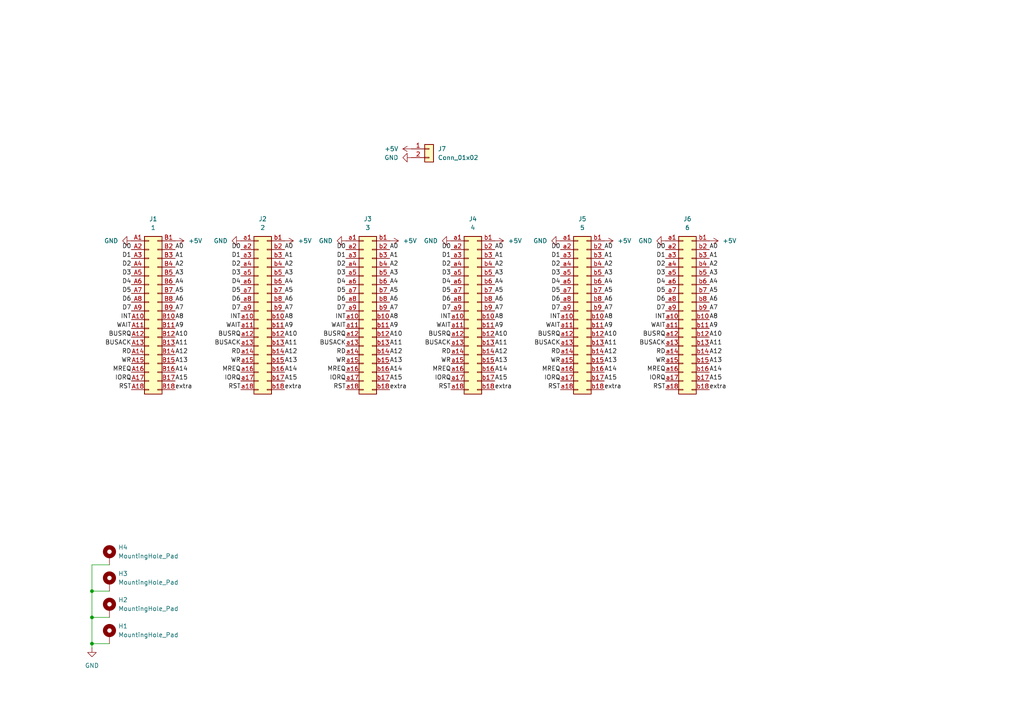
<source format=kicad_sch>
(kicad_sch (version 20250114) (generator "eeschema") (generator_version "9.0")
  (paper "A4")
  (lib_symbols
    (symbol "Conn_02x18_Row_Letter_First_1" (pin_names (offset 1.016) (hide yes))
      (property "Reference" "J" (at 1.27 22.86 0))
      (property "Value" "Conn_02x18_Row_Letter_First" (at 1.27 -25.4 0))
      (symbol "Conn_02x18_Row_Letter_First_1_1_1"
        (rectangle (start -1.27 21.59) (end 3.81 -24.13) (stroke (width 0.254)) (fill (type background)))
        (rectangle (start -1.27 20.447) (end 0 20.193) (stroke (width 0.1524)))
        (rectangle (start -1.27 17.907) (end 0 17.653) (stroke (width 0.1524)))
        (rectangle (start -1.27 15.367) (end 0 15.113) (stroke (width 0.1524)))
        (rectangle (start -1.27 12.827) (end 0 12.573) (stroke (width 0.1524)))
        (rectangle (start -1.27 10.287) (end 0 10.033) (stroke (width 0.1524)))
        (rectangle (start -1.27 7.747) (end 0 7.493) (stroke (width 0.1524)))
        (rectangle (start -1.27 5.207) (end 0 4.953) (stroke (width 0.1524)))
        (rectangle (start -1.27 2.667) (end 0 2.413) (stroke (width 0.1524)))
        (rectangle (start -1.27 0.127) (end 0 -0.127) (stroke (width 0.1524)))
        (rectangle (start -1.27 -2.413) (end 0 -2.667) (stroke (width 0.1524)))
        (rectangle (start -1.27 -4.953) (end 0 -5.207) (stroke (width 0.1524)))
        (rectangle (start -1.27 -7.493) (end 0 -7.747) (stroke (width 0.1524)))
        (rectangle (start -1.27 -10.033) (end 0 -10.287) (stroke (width 0.1524)))
        (rectangle (start -1.27 -12.573) (end 0 -12.827) (stroke (width 0.1524)))
        (rectangle (start -1.27 -15.113) (end 0 -15.367) (stroke (width 0.1524)))
        (rectangle (start -1.27 -17.653) (end 0 -17.907) (stroke (width 0.1524)))
        (rectangle (start -1.27 -20.193) (end 0 -20.447) (stroke (width 0.1524)))
        (rectangle (start -1.27 -22.733) (end 0 -22.987) (stroke (width 0.1524)))
        (rectangle (start 3.81 20.447) (end 2.54 20.193) (stroke (width 0.1524)))
        (rectangle (start 3.81 17.907) (end 2.54 17.653) (stroke (width 0.1524)))
        (rectangle (start 3.81 15.367) (end 2.54 15.113) (stroke (width 0.1524)))
        (rectangle (start 3.81 12.827) (end 2.54 12.573) (stroke (width 0.1524)))
        (rectangle (start 3.81 10.287) (end 2.54 10.033) (stroke (width 0.1524)))
        (rectangle (start 3.81 7.747) (end 2.54 7.493) (stroke (width 0.1524)))
        (rectangle (start 3.81 5.207) (end 2.54 4.953) (stroke (width 0.1524)))
        (rectangle (start 3.81 2.667) (end 2.54 2.413) (stroke (width 0.1524)))
        (rectangle (start 3.81 0.127) (end 2.54 -0.127) (stroke (width 0.1524)))
        (rectangle (start 3.81 -2.413) (end 2.54 -2.667) (stroke (width 0.1524)))
        (rectangle (start 3.81 -4.953) (end 2.54 -5.207) (stroke (width 0.1524)))
        (rectangle (start 3.81 -7.493) (end 2.54 -7.747) (stroke (width 0.1524)))
        (rectangle (start 3.81 -10.033) (end 2.54 -10.287) (stroke (width 0.1524)))
        (rectangle (start 3.81 -12.573) (end 2.54 -12.827) (stroke (width 0.1524)))
        (rectangle (start 3.81 -15.113) (end 2.54 -15.367) (stroke (width 0.1524)))
        (rectangle (start 3.81 -17.653) (end 2.54 -17.907) (stroke (width 0.1524)))
        (rectangle (start 3.81 -20.193) (end 2.54 -20.447) (stroke (width 0.1524)))
        (rectangle (start 3.81 -22.733) (end 2.54 -22.987) (stroke (width 0.1524)))
        (pin passive line (at -5.08 20.32 0) (length 3.81) (name "Pin_a1") (number "a1"))
        (pin passive line (at -5.08 17.78 0) (length 3.81) (name "Pin_a2") (number "a2"))
        (pin passive line (at -5.08 15.24 0) (length 3.81) (name "Pin_a3") (number "a3"))
        (pin passive line (at -5.08 12.7 0) (length 3.81) (name "Pin_a4") (number "a4"))
        (pin passive line (at -5.08 10.16 0) (length 3.81) (name "Pin_a5") (number "a5"))
        (pin passive line (at -5.08 7.62 0) (length 3.81) (name "Pin_a6") (number "a6"))
        (pin passive line (at -5.08 5.08 0) (length 3.81) (name "Pin_a7") (number "a7"))
        (pin passive line (at -5.08 2.54 0) (length 3.81) (name "Pin_a8") (number "a8"))
        (pin passive line (at -5.08 0 0) (length 3.81) (name "Pin_a9") (number "a9"))
        (pin passive line (at -5.08 -2.54 0) (length 3.81) (name "Pin_a10") (number "a10"))
        (pin passive line (at -5.08 -5.08 0) (length 3.81) (name "Pin_a11") (number "a11"))
        (pin passive line (at -5.08 -7.62 0) (length 3.81) (name "Pin_a12") (number "a12"))
        (pin passive line (at -5.08 -10.16 0) (length 3.81) (name "Pin_a13") (number "a13"))
        (pin passive line (at -5.08 -12.7 0) (length 3.81) (name "Pin_a14") (number "a14"))
        (pin passive line (at -5.08 -15.24 0) (length 3.81) (name "Pin_a15") (number "a15"))
        (pin passive line (at -5.08 -17.78 0) (length 3.81) (name "Pin_a16") (number "a16"))
        (pin passive line (at -5.08 -20.32 0) (length 3.81) (name "Pin_a17") (number "a17"))
        (pin passive line (at -5.08 -22.86 0) (length 3.81) (name "Pin_a18") (number "a18"))
        (pin passive line (at 7.62 20.32 180) (length 3.81) (name "Pin_b1") (number "b1"))
        (pin passive line (at 7.62 17.78 180) (length 3.81) (name "Pin_b2") (number "b2"))
        (pin passive line (at 7.62 15.24 180) (length 3.81) (name "Pin_b3") (number "b3"))
        (pin passive line (at 7.62 12.7 180) (length 3.81) (name "Pin_b4") (number "b4"))
        (pin passive line (at 7.62 10.16 180) (length 3.81) (name "Pin_b5") (number "b5"))
        (pin passive line (at 7.62 7.62 180) (length 3.81) (name "Pin_b6") (number "b6"))
        (pin passive line (at 7.62 5.08 180) (length 3.81) (name "Pin_b7") (number "b7"))
        (pin passive line (at 7.62 2.54 180) (length 3.81) (name "Pin_b8") (number "b8"))
        (pin passive line (at 7.62 0 180) (length 3.81) (name "Pin_b9") (number "b9"))
        (pin passive line (at 7.62 -2.54 180) (length 3.81) (name "Pin_b10") (number "b10"))
        (pin passive line (at 7.62 -5.08 180) (length 3.81) (name "Pin_b11") (number "b11"))
        (pin passive line (at 7.62 -7.62 180) (length 3.81) (name "Pin_b12") (number "b12"))
        (pin passive line (at 7.62 -10.16 180) (length 3.81) (name "Pin_b13") (number "b13"))
        (pin passive line (at 7.62 -12.7 180) (length 3.81) (name "Pin_b14") (number "b14"))
        (pin passive line (at 7.62 -15.24 180) (length 3.81) (name "Pin_b15") (number "b15"))
        (pin passive line (at 7.62 -17.78 180) (length 3.81) (name "Pin_b16") (number "b16"))
        (pin passive line (at 7.62 -20.32 180) (length 3.81) (name "Pin_b17") (number "b17"))
        (pin passive line (at 7.62 -22.86 180) (length 3.81) (name "Pin_b18") (number "b18"))
      )
    )
    (symbol "Connector_Generic:Conn_01x02" (pin_names (offset 1.016) (hide yes))
      (property "Reference" "J" (at 0 2.54 0))
      (property "Value" "Conn_01x02" (at 0 -5.08 0))
      (symbol "Conn_01x02_1_1"
        (rectangle (start -1.27 1.27) (end 1.27 -3.81) (stroke (width 0.254)) (fill (type background)))
        (rectangle (start -1.27 0.127) (end 0 -0.127) (stroke (width 0.1524)))
        (rectangle (start -1.27 -2.413) (end 0 -2.667) (stroke (width 0.1524)))
        (pin passive line (at -5.08 0 0) (length 3.81) (name "Pin_1") (number "1"))
        (pin passive line (at -5.08 -2.54 0) (length 3.81) (name "Pin_2") (number "2"))
      )
    )
    (symbol "Connector_Generic:Conn_02x18_Row_Letter_First" (pin_names (offset 1.016) (hide yes))
      (property "Reference" "J1" (at 1.27 26.67 0))
      (property "Value" "Conn_02x18_Row_Letter_First" (at 1.27 24.13 0))
      (symbol "Conn_02x18_Row_Letter_First_1_1"
        (rectangle (start -1.27 21.59) (end 3.81 -24.13) (stroke (width 0.254)) (fill (type background)))
        (rectangle (start -1.27 20.447) (end 0 20.193) (stroke (width 0.1524)))
        (rectangle (start -1.27 17.907) (end 0 17.653) (stroke (width 0.1524)))
        (rectangle (start -1.27 15.367) (end 0 15.113) (stroke (width 0.1524)))
        (rectangle (start -1.27 12.827) (end 0 12.573) (stroke (width 0.1524)))
        (rectangle (start -1.27 10.287) (end 0 10.033) (stroke (width 0.1524)))
        (rectangle (start -1.27 7.747) (end 0 7.493) (stroke (width 0.1524)))
        (rectangle (start -1.27 5.207) (end 0 4.953) (stroke (width 0.1524)))
        (rectangle (start -1.27 2.667) (end 0 2.413) (stroke (width 0.1524)))
        (rectangle (start -1.27 0.127) (end 0 -0.127) (stroke (width 0.1524)))
        (rectangle (start -1.27 -2.413) (end 0 -2.667) (stroke (width 0.1524)))
        (rectangle (start -1.27 -4.953) (end 0 -5.207) (stroke (width 0.1524)))
        (rectangle (start -1.27 -7.493) (end 0 -7.747) (stroke (width 0.1524)))
        (rectangle (start -1.27 -10.033) (end 0 -10.287) (stroke (width 0.1524)))
        (rectangle (start -1.27 -12.573) (end 0 -12.827) (stroke (width 0.1524)))
        (rectangle (start -1.27 -15.113) (end 0 -15.367) (stroke (width 0.1524)))
        (rectangle (start -1.27 -17.653) (end 0 -17.907) (stroke (width 0.1524)))
        (rectangle (start -1.27 -20.193) (end 0 -20.447) (stroke (width 0.1524)))
        (rectangle (start -1.27 -22.733) (end 0 -22.987) (stroke (width 0.1524)))
        (rectangle (start 3.81 20.447) (end 2.54 20.193) (stroke (width 0.1524)))
        (rectangle (start 3.81 17.907) (end 2.54 17.653) (stroke (width 0.1524)))
        (rectangle (start 3.81 15.367) (end 2.54 15.113) (stroke (width 0.1524)))
        (rectangle (start 3.81 12.827) (end 2.54 12.573) (stroke (width 0.1524)))
        (rectangle (start 3.81 10.287) (end 2.54 10.033) (stroke (width 0.1524)))
        (rectangle (start 3.81 7.747) (end 2.54 7.493) (stroke (width 0.1524)))
        (rectangle (start 3.81 5.207) (end 2.54 4.953) (stroke (width 0.1524)))
        (rectangle (start 3.81 2.667) (end 2.54 2.413) (stroke (width 0.1524)))
        (rectangle (start 3.81 0.127) (end 2.54 -0.127) (stroke (width 0.1524)))
        (rectangle (start 3.81 -2.413) (end 2.54 -2.667) (stroke (width 0.1524)))
        (rectangle (start 3.81 -4.953) (end 2.54 -5.207) (stroke (width 0.1524)))
        (rectangle (start 3.81 -7.493) (end 2.54 -7.747) (stroke (width 0.1524)))
        (rectangle (start 3.81 -10.033) (end 2.54 -10.287) (stroke (width 0.1524)))
        (rectangle (start 3.81 -12.573) (end 2.54 -12.827) (stroke (width 0.1524)))
        (rectangle (start 3.81 -15.113) (end 2.54 -15.367) (stroke (width 0.1524)))
        (rectangle (start 3.81 -17.653) (end 2.54 -17.907) (stroke (width 0.1524)))
        (rectangle (start 3.81 -20.193) (end 2.54 -20.447) (stroke (width 0.1524)))
        (rectangle (start 3.81 -22.733) (end 2.54 -22.987) (stroke (width 0.1524)))
        (pin passive line (at -5.08 20.32 0) (length 3.81) (name "Pin_a1") (number "A1"))
        (pin passive line (at -5.08 17.78 0) (length 3.81) (name "Pin_a2") (number "A2"))
        (pin passive line (at -5.08 15.24 0) (length 3.81) (name "Pin_a3") (number "A3"))
        (pin passive line (at -5.08 12.7 0) (length 3.81) (name "Pin_a4") (number "A4"))
        (pin passive line (at -5.08 10.16 0) (length 3.81) (name "Pin_a5") (number "A5"))
        (pin passive line (at -5.08 7.62 0) (length 3.81) (name "Pin_a6") (number "A6"))
        (pin passive line (at -5.08 5.08 0) (length 3.81) (name "Pin_a7") (number "A7"))
        (pin passive line (at -5.08 2.54 0) (length 3.81) (name "Pin_a8") (number "A8"))
        (pin passive line (at -5.08 0 0) (length 3.81) (name "Pin_a9") (number "A9"))
        (pin passive line (at -5.08 -2.54 0) (length 3.81) (name "Pin_a10") (number "A10"))
        (pin passive line (at -5.08 -5.08 0) (length 3.81) (name "Pin_a11") (number "A11"))
        (pin passive line (at -5.08 -7.62 0) (length 3.81) (name "Pin_a12") (number "A12"))
        (pin passive line (at -5.08 -10.16 0) (length 3.81) (name "Pin_a13") (number "A13"))
        (pin passive line (at -5.08 -12.7 0) (length 3.81) (name "Pin_a14") (number "A14"))
        (pin passive line (at -5.08 -15.24 0) (length 3.81) (name "Pin_a15") (number "A15"))
        (pin passive line (at -5.08 -17.78 0) (length 3.81) (name "Pin_a16") (number "A16"))
        (pin passive line (at -5.08 -20.32 0) (length 3.81) (name "Pin_a17") (number "A17"))
        (pin passive line (at -5.08 -22.86 0) (length 3.81) (name "Pin_a18") (number "A18"))
        (pin passive line (at 7.62 20.32 180) (length 3.81) (name "Pin_b1") (number "B1"))
        (pin passive line (at 7.62 17.78 180) (length 3.81) (name "Pin_b2") (number "B2"))
        (pin passive line (at 7.62 15.24 180) (length 3.81) (name "Pin_b3") (number "B3"))
        (pin passive line (at 7.62 12.7 180) (length 3.81) (name "Pin_b4") (number "B4"))
        (pin passive line (at 7.62 10.16 180) (length 3.81) (name "Pin_b5") (number "B5"))
        (pin passive line (at 7.62 7.62 180) (length 3.81) (name "Pin_b6") (number "B6"))
        (pin passive line (at 7.62 5.08 180) (length 3.81) (name "Pin_b7") (number "B7"))
        (pin passive line (at 7.62 2.54 180) (length 3.81) (name "Pin_b8") (number "B8"))
        (pin passive line (at 7.62 0 180) (length 3.81) (name "Pin_b9") (number "B9"))
        (pin passive line (at 7.62 -2.54 180) (length 3.81) (name "Pin_b10") (number "B10"))
        (pin passive line (at 7.62 -5.08 180) (length 3.81) (name "Pin_b11") (number "B11"))
        (pin passive line (at 7.62 -7.62 180) (length 3.81) (name "Pin_b12") (number "B12"))
        (pin passive line (at 7.62 -10.16 180) (length 3.81) (name "Pin_b13") (number "B13"))
        (pin passive line (at 7.62 -12.7 180) (length 3.81) (name "Pin_b14") (number "B14"))
        (pin passive line (at 7.62 -15.24 180) (length 3.81) (name "Pin_b15") (number "B15"))
        (pin passive line (at 7.62 -17.78 180) (length 3.81) (name "Pin_b16") (number "B16"))
        (pin passive line (at 7.62 -20.32 180) (length 3.81) (name "Pin_b17") (number "B17"))
        (pin passive line (at 7.62 -22.86 180) (length 3.81) (name "Pin_b18") (number "B18"))
      )
    )
    (symbol "Mechanical:MountingHole_Pad" (pin_numbers (hide yes)) (pin_names (offset 1.016) (hide yes)) (in_bom no)
      (property "Reference" "H" (at 0 6.35 0))
      (property "Value" "MountingHole_Pad" (at 0 4.445 0))
      (symbol "MountingHole_Pad_0_1"
        (circle (center 0 1.27) (radius 1.27) (stroke (width 1.27)))
      )
      (symbol "MountingHole_Pad_1_1"
        (pin input line (at 0 -2.54 90) (length 2.54) (name "1") (number "1"))
      )
    )
    (symbol "power:+5V" (power) (pin_numbers (hide yes)) (pin_names (offset 0) (hide yes))
      (property "Value" "+5V" (at 0 3.556 0))
      (symbol "+5V_0_1"
        (polyline (pts (xy -0.762 1.27) (xy 0 2.54)))
        (polyline (pts (xy 0 2.54) (xy 0.762 1.27)))
        (polyline (pts (xy 0 0) (xy 0 2.54)))
      )
      (symbol "+5V_1_1"
        (pin power_in line (at 0 0 90) (length 0) (name "~") (number "1"))
      )
    )
    (symbol "power:GND" (power) (pin_numbers (hide yes)) (pin_names (offset 0) (hide yes))
      (property "Value" "GND" (at 0 -3.81 0))
      (symbol "GND_0_1"
        (polyline (pts (xy 0 0) (xy 0 -1.27) (xy 1.27 -1.27) (xy 0 -2.54) (xy -1.27 -1.27) (xy 0 -1.27)))
      )
      (symbol "GND_1_1"
        (pin power_in line (at 0 0 270) (length 0) (name "~") (number "1"))
      )
    )
  )
  (junction (at 26.67 186.69))
  (junction (at 26.67 179.07))
  (junction (at 26.67 171.45))
  (wire (pts (xy 26.67 163.83) (xy 26.67 171.45)))
  (wire (pts (xy 26.67 186.69) (xy 26.67 187.96)))
  (wire (pts (xy 26.67 171.45) (xy 26.67 179.07)))
  (wire (pts (xy 31.75 171.45) (xy 26.67 171.45)))
  (wire (pts (xy 26.67 179.07) (xy 26.67 186.69)))
  (wire (pts (xy 31.75 179.07) (xy 26.67 179.07)))
  (wire (pts (xy 31.75 163.83) (xy 26.67 163.83)))
  (wire (pts (xy 31.75 186.69) (xy 26.67 186.69)))
  (label "D2" (at 100.33 77.47 180))
  (label "MREQ" (at 100.33 107.95 180))
  (label "RD" (at 130.81 102.87 180))
  (label "A3" (at 50.8 80.01 0))
  (label "A0" (at 205.74 72.39 0))
  (label "A15" (at 175.26 110.49 0))
  (label "A2" (at 50.8 77.47 0))
  (label "BUSRQ" (at 100.33 97.79 180))
  (label "A7" (at 50.8 90.17 0))
  (label "A8" (at 50.8 92.71 0))
  (label "extra" (at 143.51 113.03 0))
  (label "MREQ" (at 130.81 107.95 180))
  (label "D1" (at 69.85 74.93 180))
  (label "BUSRQ" (at 162.56 97.79 180))
  (label "BUSACK" (at 100.33 100.33 180))
  (label "A12" (at 143.51 102.87 0))
  (label "A14" (at 82.55 107.95 0))
  (label "A3" (at 175.26 80.01 0))
  (label "D0" (at 193.04 72.39 180))
  (label "A11" (at 113.03 100.33 0))
  (label "A3" (at 205.74 80.01 0))
  (label "IORQ" (at 100.33 110.49 180))
  (label "extra" (at 205.74 113.03 0))
  (label "A9" (at 175.26 95.25 0))
  (label "BUSRQ" (at 38.1 97.79 180))
  (label "A0" (at 50.8 72.39 0))
  (label "A13" (at 50.8 105.41 0))
  (label "A8" (at 143.51 92.71 0))
  (label "A0" (at 143.51 72.39 0))
  (label "INT" (at 69.85 92.71 180))
  (label "D1" (at 193.04 74.93 180))
  (label "BUSRQ" (at 130.81 97.79 180))
  (label "A9" (at 143.51 95.25 0))
  (label "RD" (at 193.04 102.87 180))
  (label "INT" (at 100.33 92.71 180))
  (label "WR" (at 69.85 105.41 180))
  (label "WR" (at 100.33 105.41 180))
  (label "D4" (at 193.04 82.55 180))
  (label "D2" (at 38.1 77.47 180))
  (label "A12" (at 113.03 102.87 0))
  (label "A14" (at 175.26 107.95 0))
  (label "WR" (at 193.04 105.41 180))
  (label "A1" (at 205.74 74.93 0))
  (label "extra" (at 113.03 113.03 0))
  (label "A4" (at 50.8 82.55 0))
  (label "A2" (at 82.55 77.47 0))
  (label "A10" (at 175.26 97.79 0))
  (label "A5" (at 143.51 85.09 0))
  (label "D5" (at 193.04 85.09 180))
  (label "D3" (at 162.56 80.01 180))
  (label "A11" (at 175.26 100.33 0))
  (label "IORQ" (at 130.81 110.49 180))
  (label "WR" (at 38.1 105.41 180))
  (label "D2" (at 69.85 77.47 180))
  (label "WAIT" (at 100.33 95.25 180))
  (label "D4" (at 38.1 82.55 180))
  (label "A15" (at 82.55 110.49 0))
  (label "D5" (at 69.85 85.09 180))
  (label "A14" (at 205.74 107.95 0))
  (label "RD" (at 162.56 102.87 180))
  (label "D2" (at 193.04 77.47 180))
  (label "A6" (at 143.51 87.63 0))
  (label "IORQ" (at 162.56 110.49 180))
  (label "A9" (at 205.74 95.25 0))
  (label "INT" (at 193.04 92.71 180))
  (label "A15" (at 113.03 110.49 0))
  (label "MREQ" (at 162.56 107.95 180))
  (label "RST" (at 100.33 113.03 180))
  (label "RD" (at 38.1 102.87 180))
  (label "extra" (at 175.26 113.03 0))
  (label "A0" (at 175.26 72.39 0))
  (label "D7" (at 69.85 90.17 180))
  (label "D5" (at 162.56 85.09 180))
  (label "extra" (at 82.55 113.03 0))
  (label "D0" (at 100.33 72.39 180))
  (label "A4" (at 205.74 82.55 0))
  (label "D4" (at 162.56 82.55 180))
  (label "A3" (at 82.55 80.01 0))
  (label "INT" (at 38.1 92.71 180))
  (label "A4" (at 143.51 82.55 0))
  (label "RST" (at 130.81 113.03 180))
  (label "BUSRQ" (at 193.04 97.79 180))
  (label "A1" (at 113.03 74.93 0))
  (label "MREQ" (at 193.04 107.95 180))
  (label "A7" (at 113.03 90.17 0))
  (label "D3" (at 130.81 80.01 180))
  (label "D3" (at 69.85 80.01 180))
  (label "D4" (at 100.33 82.55 180))
  (label "D7" (at 130.81 90.17 180))
  (label "D6" (at 38.1 87.63 180))
  (label "A12" (at 50.8 102.87 0))
  (label "A12" (at 205.74 102.87 0))
  (label "A11" (at 50.8 100.33 0))
  (label "BUSACK" (at 69.85 100.33 180))
  (label "A12" (at 82.55 102.87 0))
  (label "A4" (at 175.26 82.55 0))
  (label "INT" (at 130.81 92.71 180))
  (label "D2" (at 162.56 77.47 180))
  (label "D5" (at 130.81 85.09 180))
  (label "A10" (at 50.8 97.79 0))
  (label "A13" (at 175.26 105.41 0))
  (label "A9" (at 50.8 95.25 0))
  (label "A2" (at 143.51 77.47 0))
  (label "A9" (at 82.55 95.25 0))
  (label "IORQ" (at 38.1 110.49 180))
  (label "BUSACK" (at 38.1 100.33 180))
  (label "A0" (at 82.55 72.39 0))
  (label "A1" (at 175.26 74.93 0))
  (label "D3" (at 100.33 80.01 180))
  (label "WR" (at 162.56 105.41 180))
  (label "A8" (at 205.74 92.71 0))
  (label "A15" (at 205.74 110.49 0))
  (label "D5" (at 38.1 85.09 180))
  (label "A10" (at 82.55 97.79 0))
  (label "A14" (at 113.03 107.95 0))
  (label "RST" (at 162.56 113.03 180))
  (label "WAIT" (at 162.56 95.25 180))
  (label "A13" (at 143.51 105.41 0))
  (label "A5" (at 113.03 85.09 0))
  (label "A2" (at 113.03 77.47 0))
  (label "A13" (at 82.55 105.41 0))
  (label "A7" (at 205.74 90.17 0))
  (label "A5" (at 50.8 85.09 0))
  (label "D6" (at 69.85 87.63 180))
  (label "A6" (at 113.03 87.63 0))
  (label "A5" (at 82.55 85.09 0))
  (label "A2" (at 205.74 77.47 0))
  (label "A13" (at 205.74 105.41 0))
  (label "D4" (at 69.85 82.55 180))
  (label "D1" (at 100.33 74.93 180))
  (label "BUSACK" (at 162.56 100.33 180))
  (label "D1" (at 130.81 74.93 180))
  (label "INT" (at 162.56 92.71 180))
  (label "D4" (at 130.81 82.55 180))
  (label "A2" (at 175.26 77.47 0))
  (label "RD" (at 69.85 102.87 180))
  (label "RD" (at 100.33 102.87 180))
  (label "A0" (at 113.03 72.39 0))
  (label "D7" (at 162.56 90.17 180))
  (label "D6" (at 162.56 87.63 180))
  (label "BUSRQ" (at 69.85 97.79 180))
  (label "A1" (at 50.8 74.93 0))
  (label "A12" (at 175.26 102.87 0))
  (label "RST" (at 193.04 113.03 180))
  (label "A6" (at 82.55 87.63 0))
  (label "A10" (at 143.51 97.79 0))
  (label "IORQ" (at 69.85 110.49 180))
  (label "D0" (at 162.56 72.39 180))
  (label "D0" (at 38.1 72.39 180))
  (label "IORQ" (at 193.04 110.49 180))
  (label "WAIT" (at 38.1 95.25 180))
  (label "WAIT" (at 130.81 95.25 180))
  (label "A14" (at 50.8 107.95 0))
  (label "D6" (at 193.04 87.63 180))
  (label "D3" (at 193.04 80.01 180))
  (label "A8" (at 113.03 92.71 0))
  (label "MREQ" (at 69.85 107.95 180))
  (label "A5" (at 205.74 85.09 0))
  (label "D6" (at 100.33 87.63 180))
  (label "D0" (at 130.81 72.39 180))
  (label "A8" (at 82.55 92.71 0))
  (label "A4" (at 113.03 82.55 0))
  (label "D2" (at 130.81 77.47 180))
  (label "A15" (at 143.51 110.49 0))
  (label "A6" (at 205.74 87.63 0))
  (label "WR" (at 130.81 105.41 180))
  (label "A6" (at 50.8 87.63 0))
  (label "D0" (at 69.85 72.39 180))
  (label "A11" (at 205.74 100.33 0))
  (label "RST" (at 38.1 113.03 180))
  (label "A13" (at 113.03 105.41 0))
  (label "A3" (at 113.03 80.01 0))
  (label "A1" (at 143.51 74.93 0))
  (label "WAIT" (at 69.85 95.25 180))
  (label "A10" (at 205.74 97.79 0))
  (label "A11" (at 143.51 100.33 0))
  (label "WAIT" (at 193.04 95.25 180))
  (label "D6" (at 130.81 87.63 180))
  (label "A11" (at 82.55 100.33 0))
  (label "A10" (at 113.03 97.79 0))
  (label "A15" (at 50.8 110.49 0))
  (label "A7" (at 143.51 90.17 0))
  (label "BUSACK" (at 193.04 100.33 180))
  (label "A3" (at 143.51 80.01 0))
  (label "D7" (at 38.1 90.17 180))
  (label "D1" (at 38.1 74.93 180))
  (label "A6" (at 175.26 87.63 0))
  (label "D3" (at 38.1 80.01 180))
  (label "A8" (at 175.26 92.71 0))
  (label "A9" (at 113.03 95.25 0))
  (label "A14" (at 143.51 107.95 0))
  (label "RST" (at 69.85 113.03 180))
  (label "MREQ" (at 38.1 107.95 180))
  (label "extra" (at 50.8 113.03 0))
  (label "A1" (at 82.55 74.93 0))
  (label "A7" (at 82.55 90.17 0))
  (label "D1" (at 162.56 74.93 180))
  (label "A5" (at 175.26 85.09 0))
  (label "A4" (at 82.55 82.55 0))
  (label "D7" (at 193.04 90.17 180))
  (label "BUSACK" (at 130.81 100.33 180))
  (label "D5" (at 100.33 85.09 180))
  (label "A7" (at 175.26 90.17 0))
  (label "D7" (at 100.33 90.17 180))
  (symbol (lib_id "power:+5V") (at 119.38 43.18 90) (unit 1)
    (property "Reference" "#PWR015" (effects (hide yes)))
    (property "Value" "+5V" (at 115.57 43.1799 90) (effects (justify left)))
    (property "Description" "Power symbol creates a global label with name \"+5V\"" (effects (hide yes)))
  )
  (symbol (lib_id "power:GND") (at 26.67 187.96 0) (mirror y) (unit 1)
    (property "Reference" "#PWR09" (effects (hide yes)))
    (property "Value" "GND" (at 26.67 193.04 0))
    (property "Description" "Power symbol creates a global label with name \"GND\" , ground" (effects (hide yes)))
  )
  (symbol (lib_id "power:+5V") (at 113.03 69.85 270) (unit 1)
    (property "Reference" "#PWR06" (effects (hide yes)))
    (property "Value" "+5V" (at 116.84 69.8499 90) (effects (justify left)))
    (property "Description" "Power symbol creates a global label with name \"+5V\"" (effects (hide yes)))
  )
  (symbol (lib_id "Mechanical:MountingHole_Pad") (at 31.75 184.15 0) (unit 1) (in_bom no)
    (property "Reference" "H1" (at 34.29 181.6099 0) (effects (justify left)))
    (property "Value" "MountingHole_Pad" (at 34.29 184.1499 0) (effects (justify left)))
    (property "Footprint" "MountingHole:MountingHole_3.2mm_M3_Pad" (effects (hide yes)))
    (property "Description" "Mounting Hole with connection" (effects (hide yes)))
  )
  (symbol (lib_id "power:GND") (at 162.56 69.85 270) (unit 1)
    (property "Reference" "#PWR010" (effects (hide yes)))
    (property "Value" "GND" (at 158.75 69.8499 90) (effects (justify right)))
    (property "Description" "Power symbol creates a global label with name \"GND\" , ground" (effects (hide yes)))
  )
  (symbol (lib_id "power:GND") (at 130.81 69.85 270) (unit 1)
    (property "Reference" "#PWR07" (effects (hide yes)))
    (property "Value" "GND" (at 127 69.8499 90) (effects (justify right)))
    (property "Description" "Power symbol creates a global label with name \"GND\" , ground" (effects (hide yes)))
  )
  (symbol (lib_id "power:GND") (at 100.33 69.85 270) (unit 1)
    (property "Reference" "#PWR03" (effects (hide yes)))
    (property "Value" "GND" (at 96.52 69.8499 90) (effects (justify right)))
    (property "Description" "Power symbol creates a global label with name \"GND\" , ground" (effects (hide yes)))
  )
  (symbol (lib_id "Connector_Generic:Conn_01x02") (at 124.46 43.18 0) (unit 1)
    (property "Reference" "J7" (at 127 43.1799 0) (effects (justify left)))
    (property "Value" "Conn_01x02" (at 127 45.7199 0) (effects (justify left)))
    (property "Footprint" "Connector_PinHeader_2.54mm:PinHeader_2x01_P2.54mm_Vertical" (effects (hide yes)))
    (property "Description" "Generic connector, single row, 01x02, script generated (kicad-library-utils/schlib/autogen/connector/)" (effects (hide yes)))
  )
  (symbol (lib_id "power:+5V") (at 175.26 69.85 270) (unit 1)
    (property "Reference" "#PWR011" (effects (hide yes)))
    (property "Value" "+5V" (at 179.07 69.8499 90) (effects (justify left)))
    (property "Description" "Power symbol creates a global label with name \"+5V\"" (effects (hide yes)))
  )
  (symbol (lib_id "Connector_Generic:Conn_02x18_Row_Letter_First") (at 43.18 90.17 0) (unit 1)
    (property "Reference" "J1" (at 44.45 63.5 0))
    (property "Value" "1" (at 44.45 66.04 0))
    (property "Footprint" "Connector_PCBEdge:BUS_PCIexpress_x1" (effects (hide yes)))
    (property "Description" "Generic connector, double row, 02x18, row letter first pin numbering scheme (pin number consists of a letter for the row and a number for the pin index in this row. a1, ..., aN; b1, ..., bN), script generated (kicad-library-utils/schlib/autogen/connector/)" (effects (hide yes)))
  )
  (symbol (lib_id "Mechanical:MountingHole_Pad") (at 31.75 161.29 0) (unit 1) (in_bom no)
    (property "Reference" "H4" (at 34.29 158.7499 0) (effects (justify left)))
    (property "Value" "MountingHole_Pad" (at 34.29 161.2899 0) (effects (justify left)))
    (property "Footprint" "MountingHole:MountingHole_3.2mm_M3_Pad" (effects (hide yes)))
    (property "Description" "Mounting Hole with connection" (effects (hide yes)))
  )
  (symbol (lib_name "Conn_02x18_Row_Letter_First_1") (lib_id "Connector_Generic:Conn_02x18_Row_Letter_First") (at 167.64 90.17 0) (unit 1)
    (property "Reference" "J5" (at 168.91 63.5 0))
    (property "Value" "5" (at 168.91 66.04 0))
    (property "Footprint" "PCI-E:PCI-E36P" (effects (hide yes)))
    (property "Description" "Generic connector, double row, 02x18, row letter first pin numbering scheme (pin number consists of a letter for the row and a number for the pin index in this row. a1, ..., aN; b1, ..., bN), script generated (kicad-library-utils/schlib/autogen/connector/)" (effects (hide yes)))
  )
  (symbol (lib_id "power:GND") (at 119.38 45.72 270) (unit 1)
    (property "Reference" "#PWR014" (effects (hide yes)))
    (property "Value" "GND" (at 115.57 45.7199 90) (effects (justify right)))
    (property "Description" "Power symbol creates a global label with name \"GND\" , ground" (effects (hide yes)))
  )
  (symbol (lib_id "power:+5V") (at 82.55 69.85 270) (unit 1)
    (property "Reference" "#PWR02" (effects (hide yes)))
    (property "Value" "+5V" (at 86.36 69.8499 90) (effects (justify left)))
    (property "Description" "Power symbol creates a global label with name \"+5V\"" (effects (hide yes)))
  )
  (symbol (lib_id "Mechanical:MountingHole_Pad") (at 31.75 168.91 0) (unit 1) (in_bom no)
    (property "Reference" "H3" (at 34.29 166.3699 0) (effects (justify left)))
    (property "Value" "MountingHole_Pad" (at 34.29 168.9099 0) (effects (justify left)))
    (property "Footprint" "MountingHole:MountingHole_3.2mm_M3_Pad" (effects (hide yes)))
    (property "Description" "Mounting Hole with connection" (effects (hide yes)))
  )
  (symbol (lib_name "Conn_02x18_Row_Letter_First_1") (lib_id "Connector_Generic:Conn_02x18_Row_Letter_First") (at 135.89 90.17 0) (unit 1)
    (property "Reference" "J4" (at 137.16 63.5 0))
    (property "Value" "4" (at 137.16 66.04 0))
    (property "Footprint" "PCI-E:PCI-E36P" (effects (hide yes)))
    (property "Description" "Generic connector, double row, 02x18, row letter first pin numbering scheme (pin number consists of a letter for the row and a number for the pin index in this row. a1, ..., aN; b1, ..., bN), script generated (kicad-library-utils/schlib/autogen/connector/)" (effects (hide yes)))
  )
  (symbol (lib_name "Conn_02x18_Row_Letter_First_1") (lib_id "Connector_Generic:Conn_02x18_Row_Letter_First") (at 105.41 90.17 0) (unit 1)
    (property "Reference" "J3" (at 106.68 63.5 0))
    (property "Value" "3" (at 106.68 66.04 0))
    (property "Footprint" "PCI-E:PCI-E36P" (effects (hide yes)))
    (property "Description" "Generic connector, double row, 02x18, row letter first pin numbering scheme (pin number consists of a letter for the row and a number for the pin index in this row. a1, ..., aN; b1, ..., bN), script generated (kicad-library-utils/schlib/autogen/connector/)" (effects (hide yes)))
  )
  (symbol (lib_id "power:GND") (at 69.85 69.85 270) (unit 1)
    (property "Reference" "#PWR01" (effects (hide yes)))
    (property "Value" "GND" (at 66.04 69.8499 90) (effects (justify right)))
    (property "Description" "Power symbol creates a global label with name \"GND\" , ground" (effects (hide yes)))
  )
  (symbol (lib_id "Mechanical:MountingHole_Pad") (at 31.75 176.53 0) (unit 1) (in_bom no)
    (property "Reference" "H2" (at 34.29 173.9899 0) (effects (justify left)))
    (property "Value" "MountingHole_Pad" (at 34.29 176.5299 0) (effects (justify left)))
    (property "Footprint" "MountingHole:MountingHole_3.2mm_M3_Pad" (effects (hide yes)))
    (property "Description" "Mounting Hole with connection" (effects (hide yes)))
  )
  (symbol (lib_name "Conn_02x18_Row_Letter_First_1") (lib_id "Connector_Generic:Conn_02x18_Row_Letter_First") (at 198.12 90.17 0) (unit 1)
    (property "Reference" "J6" (at 199.39 63.5 0))
    (property "Value" "6" (at 199.39 66.04 0))
    (property "Footprint" "PCI-E:PCI-E36P" (effects (hide yes)))
    (property "Description" "Generic connector, double row, 02x18, row letter first pin numbering scheme (pin number consists of a letter for the row and a number for the pin index in this row. a1, ..., aN; b1, ..., bN), script generated (kicad-library-utils/schlib/autogen/connector/)" (effects (hide yes)))
  )
  (symbol (lib_id "power:GND") (at 193.04 69.85 270) (unit 1)
    (property "Reference" "#PWR012" (effects (hide yes)))
    (property "Value" "GND" (at 189.23 69.8499 90) (effects (justify right)))
    (property "Description" "Power symbol creates a global label with name \"GND\" , ground" (effects (hide yes)))
  )
  (symbol (lib_id "power:+5V") (at 205.74 69.85 270) (unit 1)
    (property "Reference" "#PWR013" (effects (hide yes)))
    (property "Value" "+5V" (at 209.55 69.8499 90) (effects (justify left)))
    (property "Description" "Power symbol creates a global label with name \"+5V\"" (effects (hide yes)))
  )
  (symbol (lib_id "power:GND") (at 38.1 69.85 270) (unit 1)
    (property "Reference" "#PWR05" (effects (hide yes)))
    (property "Value" "GND" (at 34.29 69.8499 90) (effects (justify right)))
    (property "Description" "Power symbol creates a global label with name \"GND\" , ground" (effects (hide yes)))
  )
  (symbol (lib_name "Conn_02x18_Row_Letter_First_1") (lib_id "Connector_Generic:Conn_02x18_Row_Letter_First") (at 74.93 90.17 0) (unit 1)
    (property "Reference" "J2" (at 76.2 63.5 0))
    (property "Value" "2" (at 76.2 66.04 0))
    (property "Footprint" "PCI-E:PCI-E36P" (effects (hide yes)))
    (property "Description" "Generic connector, double row, 02x18, row letter first pin numbering scheme (pin number consists of a letter for the row and a number for the pin index in this row. a1, ..., aN; b1, ..., bN), script generated (kicad-library-utils/schlib/autogen/connector/)" (effects (hide yes)))
  )
  (symbol (lib_id "power:+5V") (at 143.51 69.85 270) (unit 1)
    (property "Reference" "#PWR08" (effects (hide yes)))
    (property "Value" "+5V" (at 147.32 69.8499 90) (effects (justify left)))
    (property "Description" "Power symbol creates a global label with name \"+5V\"" (effects (hide yes)))
  )
  (symbol (lib_id "power:+5V") (at 50.8 69.85 270) (unit 1)
    (property "Reference" "#PWR04" (effects (hide yes)))
    (property "Value" "+5V" (at 54.61 69.8499 90) (effects (justify left)))
    (property "Description" "Power symbol creates a global label with name \"+5V\"" (effects (hide yes)))
  )
)
</source>
